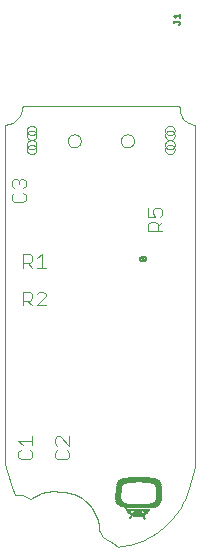
<source format=gto>
G75*
%MOIN*%
%OFA0B0*%
%FSLAX24Y24*%
%IPPOS*%
%LPD*%
%AMOC8*
5,1,8,0,0,1.08239X$1,22.5*
%
%ADD10C,0.0000*%
%ADD11C,0.0000*%
%ADD12C,0.0050*%
%ADD13C,0.0040*%
%ADD14R,0.0400X0.0010*%
%ADD15R,0.0760X0.0010*%
%ADD16R,0.0960X0.0010*%
%ADD17R,0.1030X0.0010*%
%ADD18R,0.1120X0.0010*%
%ADD19R,0.1190X0.0010*%
%ADD20R,0.1220X0.0010*%
%ADD21R,0.1260X0.0010*%
%ADD22R,0.1300X0.0010*%
%ADD23R,0.1320X0.0010*%
%ADD24R,0.1350X0.0010*%
%ADD25R,0.1370X0.0010*%
%ADD26R,0.1380X0.0010*%
%ADD27R,0.1400X0.0010*%
%ADD28R,0.1420X0.0010*%
%ADD29R,0.0600X0.0010*%
%ADD30R,0.0610X0.0010*%
%ADD31R,0.0420X0.0010*%
%ADD32R,0.0330X0.0010*%
%ADD33R,0.0360X0.0010*%
%ADD34R,0.0320X0.0010*%
%ADD35R,0.0280X0.0010*%
%ADD36R,0.0300X0.0010*%
%ADD37R,0.0260X0.0010*%
%ADD38R,0.0270X0.0010*%
%ADD39R,0.0240X0.0010*%
%ADD40R,0.0250X0.0010*%
%ADD41R,0.0230X0.0010*%
%ADD42R,0.0220X0.0010*%
%ADD43R,0.0210X0.0010*%
%ADD44R,0.0200X0.0010*%
%ADD45R,0.0190X0.0010*%
%ADD46R,0.0180X0.0010*%
%ADD47R,0.0170X0.0010*%
%ADD48R,0.0480X0.0010*%
%ADD49R,0.1410X0.0010*%
%ADD50R,0.1390X0.0010*%
%ADD51R,0.1360X0.0010*%
%ADD52R,0.1330X0.0010*%
%ADD53R,0.1310X0.0010*%
%ADD54R,0.1210X0.0010*%
%ADD55R,0.1160X0.0010*%
%ADD56R,0.1090X0.0010*%
%ADD57R,0.0970X0.0010*%
%ADD58R,0.0840X0.0010*%
%ADD59R,0.0660X0.0010*%
%ADD60R,0.0050X0.0010*%
%ADD61R,0.0790X0.0010*%
%ADD62R,0.0800X0.0010*%
%ADD63R,0.0780X0.0010*%
%ADD64R,0.0310X0.0010*%
%ADD65R,0.0290X0.0010*%
%ADD66R,0.0150X0.0010*%
%ADD67R,0.0160X0.0010*%
%ADD68R,0.0140X0.0010*%
%ADD69R,0.0130X0.0010*%
%ADD70R,0.0640X0.0010*%
%ADD71R,0.0590X0.0010*%
%ADD72R,0.0560X0.0010*%
%ADD73R,0.0540X0.0010*%
%ADD74R,0.0500X0.0010*%
%ADD75R,0.0470X0.0010*%
%ADD76R,0.0430X0.0010*%
%ADD77R,0.0030X0.0010*%
%ADD78R,0.0040X0.0010*%
%ADD79R,0.0020X0.0010*%
D10*
X000544Y001887D02*
X000424Y002160D01*
X000247Y002686D01*
X000188Y002932D01*
X000544Y001887D02*
X000748Y001886D01*
X001054Y001754D01*
X001054Y001755D02*
X001108Y001796D01*
X001165Y001834D01*
X001224Y001868D01*
X001285Y001899D01*
X001347Y001927D01*
X001411Y001951D01*
X001476Y001972D01*
X001542Y001989D01*
X001608Y002003D01*
X001676Y002012D01*
X001744Y002018D01*
X001812Y002020D01*
X001880Y002018D01*
X001948Y002013D01*
X002016Y002003D01*
X002015Y002003D02*
X002086Y002002D01*
X002156Y001998D01*
X002226Y001989D01*
X002295Y001977D01*
X002364Y001962D01*
X002431Y001942D01*
X002498Y001919D01*
X002563Y001893D01*
X002626Y001863D01*
X002688Y001829D01*
X002748Y001792D01*
X002806Y001752D01*
X002862Y001709D01*
X002915Y001663D01*
X002966Y001614D01*
X003014Y001563D01*
X003059Y001509D01*
X003101Y001452D01*
X003140Y001394D01*
X003175Y001333D01*
X003208Y001271D01*
X003237Y001207D01*
X003262Y001141D01*
X003284Y001074D01*
X003302Y001006D01*
X003317Y000937D01*
X003328Y000868D01*
X003335Y000798D01*
X003338Y000728D01*
X003464Y000507D01*
X003464Y000506D02*
X003567Y000438D01*
X003804Y000291D01*
X003973Y000176D01*
X006329Y002125D02*
X006518Y002821D01*
X006518Y014243D01*
D11*
X006519Y014242D02*
X006474Y014248D01*
X006430Y014256D01*
X006387Y014269D01*
X006346Y014284D01*
X006305Y014304D01*
X006267Y014326D01*
X006230Y014352D01*
X006196Y014380D01*
X006164Y014412D01*
X006134Y014446D01*
X006108Y014482D01*
X006085Y014520D01*
X006065Y014560D01*
X006048Y014601D01*
X006035Y014644D01*
X006025Y014688D01*
X006019Y014732D01*
X006017Y014777D01*
X006018Y014821D01*
X006018Y014817D01*
X006018Y014822D02*
X006015Y014834D01*
X006008Y014846D01*
X006000Y014855D01*
X005989Y014863D01*
X005977Y014868D01*
X005964Y014870D01*
X005951Y014869D01*
X000861Y014869D01*
X000843Y014870D01*
X000826Y014867D01*
X000809Y014862D01*
X000794Y014853D01*
X000781Y014841D01*
X000770Y014827D01*
X000762Y014811D01*
X000758Y014794D01*
X000928Y014046D02*
X000930Y014071D01*
X000936Y014095D01*
X000945Y014117D01*
X000958Y014138D01*
X000974Y014157D01*
X000993Y014173D01*
X001014Y014186D01*
X001036Y014195D01*
X001060Y014201D01*
X001085Y014203D01*
X001110Y014201D01*
X001134Y014195D01*
X001156Y014186D01*
X001177Y014173D01*
X001196Y014157D01*
X001212Y014138D01*
X001225Y014117D01*
X001234Y014095D01*
X001240Y014071D01*
X001242Y014046D01*
X001240Y014021D01*
X001234Y013997D01*
X001225Y013975D01*
X001212Y013954D01*
X001196Y013935D01*
X001177Y013919D01*
X001156Y013906D01*
X001134Y013897D01*
X001110Y013891D01*
X001085Y013889D01*
X001060Y013891D01*
X001036Y013897D01*
X001014Y013906D01*
X000993Y013919D01*
X000974Y013935D01*
X000958Y013954D01*
X000945Y013975D01*
X000936Y013997D01*
X000930Y014021D01*
X000928Y014046D01*
X000928Y013888D02*
X000930Y013913D01*
X000936Y013937D01*
X000945Y013959D01*
X000958Y013980D01*
X000974Y013999D01*
X000993Y014015D01*
X001014Y014028D01*
X001036Y014037D01*
X001060Y014043D01*
X001085Y014045D01*
X001110Y014043D01*
X001134Y014037D01*
X001156Y014028D01*
X001177Y014015D01*
X001196Y013999D01*
X001212Y013980D01*
X001225Y013959D01*
X001234Y013937D01*
X001240Y013913D01*
X001242Y013888D01*
X001240Y013863D01*
X001234Y013839D01*
X001225Y013817D01*
X001212Y013796D01*
X001196Y013777D01*
X001177Y013761D01*
X001156Y013748D01*
X001134Y013739D01*
X001110Y013733D01*
X001085Y013731D01*
X001060Y013733D01*
X001036Y013739D01*
X001014Y013748D01*
X000993Y013761D01*
X000974Y013777D01*
X000958Y013796D01*
X000945Y013817D01*
X000936Y013839D01*
X000930Y013863D01*
X000928Y013888D01*
X000928Y013573D02*
X000930Y013598D01*
X000936Y013622D01*
X000945Y013644D01*
X000958Y013665D01*
X000974Y013684D01*
X000993Y013700D01*
X001014Y013713D01*
X001036Y013722D01*
X001060Y013728D01*
X001085Y013730D01*
X001110Y013728D01*
X001134Y013722D01*
X001156Y013713D01*
X001177Y013700D01*
X001196Y013684D01*
X001212Y013665D01*
X001225Y013644D01*
X001234Y013622D01*
X001240Y013598D01*
X001242Y013573D01*
X001240Y013548D01*
X001234Y013524D01*
X001225Y013502D01*
X001212Y013481D01*
X001196Y013462D01*
X001177Y013446D01*
X001156Y013433D01*
X001134Y013424D01*
X001110Y013418D01*
X001085Y013416D01*
X001060Y013418D01*
X001036Y013424D01*
X001014Y013433D01*
X000993Y013446D01*
X000974Y013462D01*
X000958Y013481D01*
X000945Y013502D01*
X000936Y013524D01*
X000930Y013548D01*
X000928Y013573D01*
X000928Y013416D02*
X000930Y013441D01*
X000936Y013465D01*
X000945Y013487D01*
X000958Y013508D01*
X000974Y013527D01*
X000993Y013543D01*
X001014Y013556D01*
X001036Y013565D01*
X001060Y013571D01*
X001085Y013573D01*
X001110Y013571D01*
X001134Y013565D01*
X001156Y013556D01*
X001177Y013543D01*
X001196Y013527D01*
X001212Y013508D01*
X001225Y013487D01*
X001234Y013465D01*
X001240Y013441D01*
X001242Y013416D01*
X001240Y013391D01*
X001234Y013367D01*
X001225Y013345D01*
X001212Y013324D01*
X001196Y013305D01*
X001177Y013289D01*
X001156Y013276D01*
X001134Y013267D01*
X001110Y013261D01*
X001085Y013259D01*
X001060Y013261D01*
X001036Y013267D01*
X001014Y013276D01*
X000993Y013289D01*
X000974Y013305D01*
X000958Y013324D01*
X000945Y013345D01*
X000936Y013367D01*
X000930Y013391D01*
X000928Y013416D01*
X000188Y014247D02*
X000188Y002932D01*
X002286Y013703D02*
X002288Y013732D01*
X002294Y013760D01*
X002303Y013788D01*
X002316Y013814D01*
X002333Y013837D01*
X002352Y013859D01*
X002374Y013878D01*
X002399Y013893D01*
X002425Y013906D01*
X002453Y013914D01*
X002481Y013919D01*
X002510Y013920D01*
X002539Y013917D01*
X002567Y013910D01*
X002594Y013900D01*
X002620Y013886D01*
X002643Y013869D01*
X002664Y013849D01*
X002682Y013826D01*
X002697Y013801D01*
X002708Y013774D01*
X002716Y013746D01*
X002720Y013717D01*
X002720Y013689D01*
X002716Y013660D01*
X002708Y013632D01*
X002697Y013605D01*
X002682Y013580D01*
X002664Y013557D01*
X002643Y013537D01*
X002620Y013520D01*
X002594Y013506D01*
X002567Y013496D01*
X002539Y013489D01*
X002510Y013486D01*
X002481Y013487D01*
X002453Y013492D01*
X002425Y013500D01*
X002399Y013513D01*
X002374Y013528D01*
X002352Y013547D01*
X002333Y013569D01*
X002316Y013592D01*
X002303Y013618D01*
X002294Y013646D01*
X002288Y013674D01*
X002286Y013703D01*
X004057Y013703D02*
X004059Y013732D01*
X004065Y013760D01*
X004074Y013788D01*
X004087Y013814D01*
X004104Y013837D01*
X004123Y013859D01*
X004145Y013878D01*
X004170Y013893D01*
X004196Y013906D01*
X004224Y013914D01*
X004252Y013919D01*
X004281Y013920D01*
X004310Y013917D01*
X004338Y013910D01*
X004365Y013900D01*
X004391Y013886D01*
X004414Y013869D01*
X004435Y013849D01*
X004453Y013826D01*
X004468Y013801D01*
X004479Y013774D01*
X004487Y013746D01*
X004491Y013717D01*
X004491Y013689D01*
X004487Y013660D01*
X004479Y013632D01*
X004468Y013605D01*
X004453Y013580D01*
X004435Y013557D01*
X004414Y013537D01*
X004391Y013520D01*
X004365Y013506D01*
X004338Y013496D01*
X004310Y013489D01*
X004281Y013486D01*
X004252Y013487D01*
X004224Y013492D01*
X004196Y013500D01*
X004170Y013513D01*
X004145Y013528D01*
X004123Y013547D01*
X004104Y013569D01*
X004087Y013592D01*
X004074Y013618D01*
X004065Y013646D01*
X004059Y013674D01*
X004057Y013703D01*
X005534Y013573D02*
X005536Y013598D01*
X005542Y013622D01*
X005551Y013644D01*
X005564Y013665D01*
X005580Y013684D01*
X005599Y013700D01*
X005620Y013713D01*
X005642Y013722D01*
X005666Y013728D01*
X005691Y013730D01*
X005716Y013728D01*
X005740Y013722D01*
X005762Y013713D01*
X005783Y013700D01*
X005802Y013684D01*
X005818Y013665D01*
X005831Y013644D01*
X005840Y013622D01*
X005846Y013598D01*
X005848Y013573D01*
X005846Y013548D01*
X005840Y013524D01*
X005831Y013502D01*
X005818Y013481D01*
X005802Y013462D01*
X005783Y013446D01*
X005762Y013433D01*
X005740Y013424D01*
X005716Y013418D01*
X005691Y013416D01*
X005666Y013418D01*
X005642Y013424D01*
X005620Y013433D01*
X005599Y013446D01*
X005580Y013462D01*
X005564Y013481D01*
X005551Y013502D01*
X005542Y013524D01*
X005536Y013548D01*
X005534Y013573D01*
X005534Y013416D02*
X005536Y013441D01*
X005542Y013465D01*
X005551Y013487D01*
X005564Y013508D01*
X005580Y013527D01*
X005599Y013543D01*
X005620Y013556D01*
X005642Y013565D01*
X005666Y013571D01*
X005691Y013573D01*
X005716Y013571D01*
X005740Y013565D01*
X005762Y013556D01*
X005783Y013543D01*
X005802Y013527D01*
X005818Y013508D01*
X005831Y013487D01*
X005840Y013465D01*
X005846Y013441D01*
X005848Y013416D01*
X005846Y013391D01*
X005840Y013367D01*
X005831Y013345D01*
X005818Y013324D01*
X005802Y013305D01*
X005783Y013289D01*
X005762Y013276D01*
X005740Y013267D01*
X005716Y013261D01*
X005691Y013259D01*
X005666Y013261D01*
X005642Y013267D01*
X005620Y013276D01*
X005599Y013289D01*
X005580Y013305D01*
X005564Y013324D01*
X005551Y013345D01*
X005542Y013367D01*
X005536Y013391D01*
X005534Y013416D01*
X005534Y013888D02*
X005536Y013913D01*
X005542Y013937D01*
X005551Y013959D01*
X005564Y013980D01*
X005580Y013999D01*
X005599Y014015D01*
X005620Y014028D01*
X005642Y014037D01*
X005666Y014043D01*
X005691Y014045D01*
X005716Y014043D01*
X005740Y014037D01*
X005762Y014028D01*
X005783Y014015D01*
X005802Y013999D01*
X005818Y013980D01*
X005831Y013959D01*
X005840Y013937D01*
X005846Y013913D01*
X005848Y013888D01*
X005846Y013863D01*
X005840Y013839D01*
X005831Y013817D01*
X005818Y013796D01*
X005802Y013777D01*
X005783Y013761D01*
X005762Y013748D01*
X005740Y013739D01*
X005716Y013733D01*
X005691Y013731D01*
X005666Y013733D01*
X005642Y013739D01*
X005620Y013748D01*
X005599Y013761D01*
X005580Y013777D01*
X005564Y013796D01*
X005551Y013817D01*
X005542Y013839D01*
X005536Y013863D01*
X005534Y013888D01*
X005534Y014046D02*
X005536Y014071D01*
X005542Y014095D01*
X005551Y014117D01*
X005564Y014138D01*
X005580Y014157D01*
X005599Y014173D01*
X005620Y014186D01*
X005642Y014195D01*
X005666Y014201D01*
X005691Y014203D01*
X005716Y014201D01*
X005740Y014195D01*
X005762Y014186D01*
X005783Y014173D01*
X005802Y014157D01*
X005818Y014138D01*
X005831Y014117D01*
X005840Y014095D01*
X005846Y014071D01*
X005848Y014046D01*
X005846Y014021D01*
X005840Y013997D01*
X005831Y013975D01*
X005818Y013954D01*
X005802Y013935D01*
X005783Y013919D01*
X005762Y013906D01*
X005740Y013897D01*
X005716Y013891D01*
X005691Y013889D01*
X005666Y013891D01*
X005642Y013897D01*
X005620Y013906D01*
X005599Y013919D01*
X005580Y013935D01*
X005564Y013954D01*
X005551Y013975D01*
X005542Y013997D01*
X005536Y014021D01*
X005534Y014046D01*
X006329Y002125D02*
X006299Y002028D01*
X006266Y001932D01*
X006229Y001837D01*
X006188Y001744D01*
X006144Y001652D01*
X006097Y001562D01*
X006046Y001474D01*
X005992Y001388D01*
X005934Y001304D01*
X005874Y001222D01*
X005811Y001142D01*
X005744Y001065D01*
X005675Y000991D01*
X005603Y000919D01*
X005528Y000850D01*
X005451Y000784D01*
X005371Y000720D01*
X005289Y000660D01*
X005205Y000603D01*
X005119Y000549D01*
X005030Y000499D01*
X004940Y000451D01*
X004848Y000408D01*
X004755Y000367D01*
X004660Y000330D01*
X004564Y000297D01*
X004467Y000268D01*
X004368Y000242D01*
X004269Y000220D01*
X004169Y000202D01*
X004068Y000187D01*
X003967Y000176D01*
X000187Y014247D02*
X000233Y014248D01*
X000279Y014253D01*
X000325Y014261D01*
X000369Y014274D01*
X000413Y014289D01*
X000455Y014309D01*
X000495Y014332D01*
X000533Y014358D01*
X000569Y014387D01*
X000602Y014419D01*
X000633Y014453D01*
X000660Y014490D01*
X000685Y014530D01*
X000706Y014571D01*
X000724Y014613D01*
X000738Y014657D01*
X000748Y014702D01*
X000755Y014748D01*
X000758Y014794D01*
D12*
X004738Y009815D02*
X004865Y009689D01*
X004897Y009720D01*
X004897Y009784D01*
X004865Y009815D01*
X004738Y009815D01*
X004706Y009784D01*
X004706Y009720D01*
X004738Y009689D01*
X004865Y009689D01*
X006001Y017578D02*
X006032Y017609D01*
X006032Y017641D01*
X006001Y017673D01*
X005842Y017673D01*
X005842Y017704D02*
X005842Y017641D01*
X005906Y017799D02*
X005842Y017862D01*
X006032Y017862D01*
X006032Y017799D02*
X006032Y017925D01*
D13*
X005359Y011467D02*
X005205Y011467D01*
X005129Y011391D01*
X005129Y011314D01*
X005205Y011160D01*
X004975Y011160D01*
X004975Y011467D01*
X005052Y011007D02*
X004975Y010930D01*
X004975Y010700D01*
X005436Y010700D01*
X005282Y010854D02*
X005436Y011007D01*
X005359Y011160D02*
X005436Y011237D01*
X005436Y011391D01*
X005359Y011467D01*
X005205Y011007D02*
X005282Y010930D01*
X005282Y010700D01*
X005205Y011007D02*
X005052Y011007D01*
X002324Y003849D02*
X002324Y003542D01*
X002017Y003849D01*
X001941Y003849D01*
X001864Y003773D01*
X001864Y003619D01*
X001941Y003542D01*
X001941Y003389D02*
X001864Y003312D01*
X001864Y003159D01*
X001941Y003082D01*
X002248Y003082D01*
X002324Y003159D01*
X002324Y003312D01*
X002248Y003389D01*
X001100Y003324D02*
X001023Y003401D01*
X001100Y003324D02*
X001100Y003171D01*
X001023Y003094D01*
X000716Y003094D01*
X000639Y003171D01*
X000639Y003324D01*
X000716Y003401D01*
X000793Y003554D02*
X000639Y003708D01*
X001100Y003708D01*
X001100Y003861D02*
X001100Y003554D01*
X001094Y008219D02*
X000940Y008372D01*
X001017Y008372D02*
X000787Y008372D01*
X000787Y008219D02*
X000787Y008679D01*
X001017Y008679D01*
X001094Y008603D01*
X001094Y008449D01*
X001017Y008372D01*
X001247Y008219D02*
X001554Y008526D01*
X001554Y008603D01*
X001477Y008679D01*
X001324Y008679D01*
X001247Y008603D01*
X001247Y008219D02*
X001554Y008219D01*
X001566Y009475D02*
X001259Y009475D01*
X001105Y009475D02*
X000952Y009628D01*
X001029Y009628D02*
X000799Y009628D01*
X000799Y009475D02*
X000799Y009935D01*
X001029Y009935D01*
X001105Y009859D01*
X001105Y009705D01*
X001029Y009628D01*
X001259Y009782D02*
X001412Y009935D01*
X001412Y009475D01*
X000811Y011665D02*
X000887Y011741D01*
X000887Y011895D01*
X000811Y011972D01*
X000811Y012125D02*
X000887Y012202D01*
X000887Y012355D01*
X000811Y012432D01*
X000734Y012432D01*
X000657Y012355D01*
X000657Y012279D01*
X000657Y012355D02*
X000580Y012432D01*
X000504Y012432D01*
X000427Y012355D01*
X000427Y012202D01*
X000504Y012125D01*
X000504Y011972D02*
X000427Y011895D01*
X000427Y011741D01*
X000504Y011665D01*
X000811Y011665D01*
D14*
X004679Y002459D03*
X005179Y002299D03*
D15*
X004659Y002449D03*
X004619Y001359D03*
D16*
X004669Y002439D03*
D17*
X004664Y002429D03*
D18*
X004669Y002419D03*
D19*
X004664Y002409D03*
D20*
X004669Y002399D03*
D21*
X004659Y002389D03*
X004659Y001509D03*
D22*
X004659Y002379D03*
D23*
X004659Y002369D03*
D24*
X004664Y002359D03*
D25*
X004664Y002349D03*
D26*
X004659Y002339D03*
D27*
X004659Y002329D03*
D28*
X004659Y002319D03*
D29*
X005069Y002309D03*
D30*
X004624Y001259D03*
X004254Y002309D03*
D31*
X004149Y002299D03*
X004129Y001579D03*
X004609Y001189D03*
X005139Y001569D03*
D32*
X005204Y001589D03*
X005214Y002289D03*
X004094Y002279D03*
D33*
X004109Y002289D03*
X004099Y001589D03*
X004639Y001179D03*
X005179Y001579D03*
D34*
X005229Y002279D03*
X004069Y001599D03*
D35*
X004039Y001619D03*
X004059Y002259D03*
X004609Y001299D03*
X005229Y001599D03*
X005249Y002269D03*
D36*
X004079Y002269D03*
X004049Y001609D03*
D37*
X004019Y001639D03*
X004009Y001649D03*
X004619Y001169D03*
X005269Y002249D03*
X005259Y002259D03*
D38*
X005244Y001609D03*
X004614Y001329D03*
X004614Y001319D03*
X004614Y001309D03*
X004024Y001629D03*
X004054Y002249D03*
D39*
X004029Y002219D03*
X003999Y001659D03*
X005269Y001629D03*
X005279Y002239D03*
D40*
X005254Y001619D03*
X004044Y002239D03*
X004034Y002229D03*
D41*
X004024Y002209D03*
X004014Y002199D03*
X004014Y002189D03*
X003984Y001699D03*
X003984Y001689D03*
X003994Y001679D03*
X003994Y001669D03*
X005274Y001639D03*
X005284Y002229D03*
D42*
X005289Y002219D03*
X005289Y001649D03*
X004329Y001409D03*
X004009Y002179D03*
X003979Y001719D03*
X003979Y001709D03*
D43*
X003974Y001729D03*
X003974Y001739D03*
X003974Y001749D03*
X003974Y001759D03*
X003974Y001769D03*
X003974Y001779D03*
X003994Y002119D03*
X003994Y002129D03*
X004004Y002149D03*
X004004Y002159D03*
X004004Y002169D03*
X005294Y002199D03*
X005294Y002209D03*
X005304Y002189D03*
X005294Y001669D03*
X005294Y001659D03*
D44*
X005299Y001679D03*
X005319Y002119D03*
X005309Y002159D03*
X005309Y002169D03*
X005309Y002179D03*
X004899Y001349D03*
X003969Y001789D03*
X003969Y001799D03*
X003969Y001809D03*
X003969Y001819D03*
X003969Y001829D03*
X003969Y001839D03*
X003969Y001849D03*
X003969Y001859D03*
X003969Y001869D03*
X003969Y001879D03*
X003969Y001889D03*
X003969Y001899D03*
X003969Y001909D03*
X003969Y001919D03*
X003979Y001949D03*
X003979Y001959D03*
X003979Y001969D03*
X003979Y001979D03*
X003979Y001989D03*
X003979Y001999D03*
X003979Y002009D03*
X003979Y002019D03*
X003979Y002029D03*
X003979Y002039D03*
X003989Y002069D03*
X003989Y002079D03*
X003989Y002089D03*
X003989Y002099D03*
X003989Y002109D03*
X003999Y002139D03*
D45*
X003984Y002059D03*
X003984Y002049D03*
X003974Y001939D03*
X003974Y001929D03*
X005304Y001689D03*
X005314Y001699D03*
X005314Y001709D03*
X005324Y001739D03*
X005324Y002069D03*
X005324Y002079D03*
X005324Y002089D03*
X005324Y002099D03*
X005324Y002109D03*
X005314Y002129D03*
X005314Y002139D03*
X005314Y002149D03*
D46*
X005329Y002059D03*
X005329Y002049D03*
X005329Y002039D03*
X005329Y002029D03*
X005329Y002019D03*
X005329Y002009D03*
X005329Y001999D03*
X005329Y001989D03*
X005329Y001979D03*
X005329Y001969D03*
X005329Y001959D03*
X005329Y001949D03*
X005329Y001939D03*
X005329Y001929D03*
X005329Y001809D03*
X005329Y001799D03*
X005329Y001789D03*
X005329Y001779D03*
X005329Y001769D03*
X005329Y001759D03*
X005329Y001749D03*
X005319Y001729D03*
X005319Y001719D03*
D47*
X005334Y001819D03*
X005334Y001829D03*
X005334Y001839D03*
X005334Y001849D03*
X005334Y001859D03*
X005334Y001869D03*
X005334Y001879D03*
X005334Y001889D03*
X005334Y001899D03*
X005334Y001909D03*
X005334Y001919D03*
X004904Y001339D03*
X004324Y001349D03*
D48*
X004169Y001569D03*
X004529Y001279D03*
D49*
X004644Y001559D03*
D50*
X004644Y001549D03*
D51*
X004649Y001539D03*
D52*
X004654Y001529D03*
D53*
X004654Y001519D03*
D54*
X004664Y001499D03*
D55*
X004669Y001489D03*
D56*
X004684Y001479D03*
D57*
X004704Y001469D03*
D58*
X004729Y001459D03*
D59*
X004749Y001449D03*
D60*
X004244Y001419D03*
D61*
X004614Y001399D03*
D62*
X004619Y001389D03*
D63*
X004619Y001379D03*
X004619Y001369D03*
D64*
X004624Y001349D03*
D65*
X004614Y001339D03*
X004604Y001289D03*
D66*
X004324Y001329D03*
X004324Y001339D03*
X004904Y001319D03*
D67*
X004909Y001329D03*
X004619Y001159D03*
D68*
X004879Y001279D03*
X004889Y001289D03*
X004899Y001299D03*
X004899Y001309D03*
X004329Y001319D03*
D69*
X004334Y001309D03*
X004334Y001299D03*
X004344Y001289D03*
D70*
X004619Y001269D03*
D71*
X004624Y001249D03*
D72*
X004619Y001239D03*
D73*
X004619Y001229D03*
D74*
X004619Y001219D03*
D75*
X004624Y001209D03*
D76*
X004614Y001199D03*
D77*
X004414Y001179D03*
X004374Y001129D03*
X004354Y001099D03*
X004814Y001159D03*
X004824Y001139D03*
X004844Y001109D03*
X004854Y001099D03*
X004864Y001079D03*
D78*
X004859Y001089D03*
X004839Y001119D03*
X004829Y001129D03*
X004819Y001149D03*
X004809Y001169D03*
X004409Y001169D03*
X004399Y001159D03*
X004389Y001149D03*
X004379Y001139D03*
X004369Y001119D03*
X004359Y001109D03*
D79*
X004349Y001089D03*
M02*

</source>
